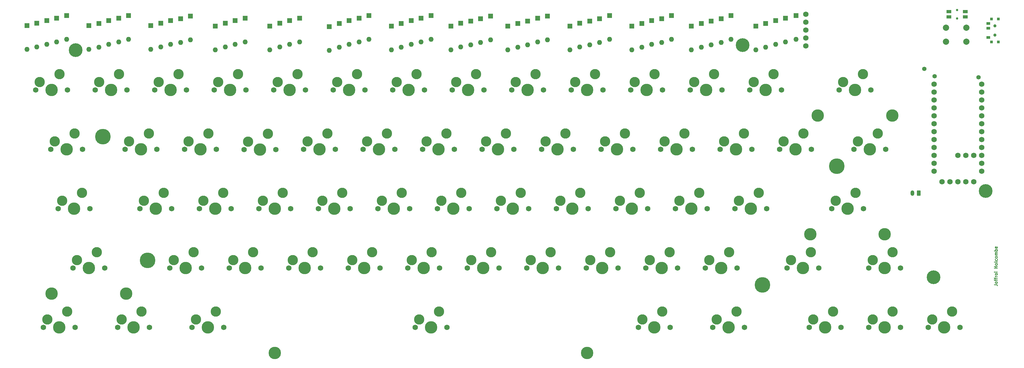
<source format=gts>
G04 #@! TF.GenerationSoftware,KiCad,Pcbnew,(6.0.10)*
G04 #@! TF.CreationDate,2023-09-30T09:28:11-05:00*
G04 #@! TF.ProjectId,RunTypeV3,52756e54-7970-4655-9633-2e6b69636164,rev?*
G04 #@! TF.SameCoordinates,Original*
G04 #@! TF.FileFunction,Soldermask,Top*
G04 #@! TF.FilePolarity,Negative*
%FSLAX46Y46*%
G04 Gerber Fmt 4.6, Leading zero omitted, Abs format (unit mm)*
G04 Created by KiCad (PCBNEW (6.0.10)) date 2023-09-30 09:28:11*
%MOMM*%
%LPD*%
G01*
G04 APERTURE LIST*
G04 Aperture macros list*
%AMRoundRect*
0 Rectangle with rounded corners*
0 $1 Rounding radius*
0 $2 $3 $4 $5 $6 $7 $8 $9 X,Y pos of 4 corners*
0 Add a 4 corners polygon primitive as box body*
4,1,4,$2,$3,$4,$5,$6,$7,$8,$9,$2,$3,0*
0 Add four circle primitives for the rounded corners*
1,1,$1+$1,$2,$3*
1,1,$1+$1,$4,$5*
1,1,$1+$1,$6,$7*
1,1,$1+$1,$8,$9*
0 Add four rect primitives between the rounded corners*
20,1,$1+$1,$2,$3,$4,$5,0*
20,1,$1+$1,$4,$5,$6,$7,0*
20,1,$1+$1,$6,$7,$8,$9,0*
20,1,$1+$1,$8,$9,$2,$3,0*%
G04 Aperture macros list end*
%ADD10C,0.250000*%
%ADD11R,1.600000X1.600000*%
%ADD12O,1.600000X1.600000*%
%ADD13C,1.397000*%
%ADD14C,0.750000*%
%ADD15R,1.550000X1.000000*%
%ADD16C,0.700000*%
%ADD17C,4.400000*%
%ADD18C,1.752600*%
%ADD19C,1.000000*%
%ADD20R,0.900000X0.900000*%
%ADD21R,1.250000X0.900000*%
%ADD22C,3.987800*%
%ADD23C,5.000000*%
%ADD24C,2.000000*%
%ADD25C,1.750000*%
%ADD26C,3.300000*%
%ADD27RoundRect,0.250000X0.350000X0.625000X-0.350000X0.625000X-0.350000X-0.625000X0.350000X-0.625000X0*%
%ADD28O,1.200000X1.750000*%
G04 APERTURE END LIST*
D10*
X327378009Y-103060235D02*
X328092295Y-103060235D01*
X328235152Y-103107854D01*
X328330390Y-103203092D01*
X328378009Y-103345949D01*
X328378009Y-103441187D01*
X328378009Y-102441187D02*
X328330390Y-102536425D01*
X328282771Y-102584044D01*
X328187533Y-102631664D01*
X327901819Y-102631664D01*
X327806581Y-102584044D01*
X327758962Y-102536425D01*
X327711343Y-102441187D01*
X327711343Y-102298330D01*
X327758962Y-102203092D01*
X327806581Y-102155473D01*
X327901819Y-102107854D01*
X328187533Y-102107854D01*
X328282771Y-102155473D01*
X328330390Y-102203092D01*
X328378009Y-102298330D01*
X328378009Y-102441187D01*
X327711343Y-101822140D02*
X327711343Y-101441187D01*
X328378009Y-101679283D02*
X327520867Y-101679283D01*
X327425629Y-101631664D01*
X327378009Y-101536425D01*
X327378009Y-101441187D01*
X327711343Y-101250711D02*
X327711343Y-100869759D01*
X328378009Y-101107854D02*
X327520867Y-101107854D01*
X327425629Y-101060235D01*
X327378009Y-100964997D01*
X327378009Y-100869759D01*
X328378009Y-100536425D02*
X327711343Y-100536425D01*
X327901819Y-100536425D02*
X327806581Y-100488806D01*
X327758962Y-100441187D01*
X327711343Y-100345949D01*
X327711343Y-100250711D01*
X328378009Y-99774521D02*
X328330390Y-99869759D01*
X328282771Y-99917378D01*
X328187533Y-99964997D01*
X327901819Y-99964997D01*
X327806581Y-99917378D01*
X327758962Y-99869759D01*
X327711343Y-99774521D01*
X327711343Y-99631664D01*
X327758962Y-99536425D01*
X327806581Y-99488806D01*
X327901819Y-99441187D01*
X328187533Y-99441187D01*
X328282771Y-99488806D01*
X328330390Y-99536425D01*
X328378009Y-99631664D01*
X328378009Y-99774521D01*
X328378009Y-99012616D02*
X327711343Y-99012616D01*
X327378009Y-99012616D02*
X327425629Y-99060235D01*
X327473248Y-99012616D01*
X327425629Y-98964997D01*
X327378009Y-99012616D01*
X327473248Y-99012616D01*
X328378009Y-97774521D02*
X327378009Y-97774521D01*
X327854200Y-97774521D02*
X327854200Y-97203092D01*
X328378009Y-97203092D02*
X327378009Y-97203092D01*
X328378009Y-96584044D02*
X328330390Y-96679283D01*
X328282771Y-96726902D01*
X328187533Y-96774521D01*
X327901819Y-96774521D01*
X327806581Y-96726902D01*
X327758962Y-96679283D01*
X327711343Y-96584044D01*
X327711343Y-96441187D01*
X327758962Y-96345949D01*
X327806581Y-96298330D01*
X327901819Y-96250711D01*
X328187533Y-96250711D01*
X328282771Y-96298330D01*
X328330390Y-96345949D01*
X328378009Y-96441187D01*
X328378009Y-96584044D01*
X328378009Y-95679283D02*
X328330390Y-95774521D01*
X328235152Y-95822140D01*
X327378009Y-95822140D01*
X328330390Y-94869759D02*
X328378009Y-94964997D01*
X328378009Y-95155473D01*
X328330390Y-95250711D01*
X328282771Y-95298330D01*
X328187533Y-95345949D01*
X327901819Y-95345949D01*
X327806581Y-95298330D01*
X327758962Y-95250711D01*
X327711343Y-95155473D01*
X327711343Y-94964997D01*
X327758962Y-94869759D01*
X328378009Y-94298330D02*
X328330390Y-94393568D01*
X328282771Y-94441187D01*
X328187533Y-94488806D01*
X327901819Y-94488806D01*
X327806581Y-94441187D01*
X327758962Y-94393568D01*
X327711343Y-94298330D01*
X327711343Y-94155473D01*
X327758962Y-94060235D01*
X327806581Y-94012616D01*
X327901819Y-93964997D01*
X328187533Y-93964997D01*
X328282771Y-94012616D01*
X328330390Y-94060235D01*
X328378009Y-94155473D01*
X328378009Y-94298330D01*
X328378009Y-93536425D02*
X327711343Y-93536425D01*
X327806581Y-93536425D02*
X327758962Y-93488806D01*
X327711343Y-93393568D01*
X327711343Y-93250711D01*
X327758962Y-93155473D01*
X327854200Y-93107854D01*
X328378009Y-93107854D01*
X327854200Y-93107854D02*
X327758962Y-93060235D01*
X327711343Y-92964997D01*
X327711343Y-92822140D01*
X327758962Y-92726902D01*
X327854200Y-92679283D01*
X328378009Y-92679283D01*
X328378009Y-92203092D02*
X327378009Y-92203092D01*
X327758962Y-92203092D02*
X327711343Y-92107854D01*
X327711343Y-91917378D01*
X327758962Y-91822140D01*
X327806581Y-91774521D01*
X327901819Y-91726902D01*
X328187533Y-91726902D01*
X328282771Y-91774521D01*
X328330390Y-91822140D01*
X328378009Y-91917378D01*
X328378009Y-92107854D01*
X328330390Y-92203092D01*
X328330390Y-90917378D02*
X328378009Y-91012616D01*
X328378009Y-91203092D01*
X328330390Y-91298330D01*
X328235152Y-91345949D01*
X327854200Y-91345949D01*
X327758962Y-91298330D01*
X327711343Y-91203092D01*
X327711343Y-91012616D01*
X327758962Y-90917378D01*
X327854200Y-90869759D01*
X327949438Y-90869759D01*
X328044676Y-91345949D01*
D11*
X37553750Y-19932500D03*
D12*
X37553750Y-27552500D03*
D13*
X308292500Y-36210717D03*
D11*
X20885000Y-19138750D03*
D12*
X20885000Y-26758750D03*
D11*
X101847500Y-18345000D03*
D12*
X101847500Y-25965000D03*
D11*
X60572500Y-19138750D03*
D12*
X60572500Y-26758750D03*
D13*
X322376184Y-36497957D03*
D11*
X230435000Y-20091250D03*
D12*
X230435000Y-27711250D03*
D11*
X117722500Y-19297500D03*
D12*
X117722500Y-26917500D03*
D11*
X257422500Y-18345000D03*
D12*
X257422500Y-25965000D03*
D11*
X166141250Y-16916250D03*
D12*
X166141250Y-24536250D03*
D11*
X81210000Y-19138750D03*
D12*
X81210000Y-26758750D03*
D14*
X315540758Y-14905348D03*
X315540758Y-17655348D03*
D15*
X318165758Y-15430348D03*
X312915758Y-15430348D03*
X318165758Y-17130348D03*
X312915758Y-17130348D03*
D16*
X309119226Y-99503274D03*
D17*
X307952500Y-100670000D03*
D16*
X309119226Y-101836726D03*
X309602500Y-100670000D03*
X306785774Y-101836726D03*
X307952500Y-102320000D03*
X306302500Y-100670000D03*
X307952500Y-99020000D03*
X306785774Y-99503274D03*
D11*
X134391250Y-20091250D03*
D12*
X134391250Y-27711250D03*
D18*
X267097066Y-16331856D03*
X267097066Y-18871856D03*
X267097066Y-21411856D03*
X267097066Y-23951856D03*
X267097066Y-26491856D03*
D11*
X127247500Y-16757500D03*
D12*
X127247500Y-24377500D03*
D11*
X159791250Y-18503750D03*
D12*
X159791250Y-26123750D03*
D11*
X236785000Y-18503750D03*
D12*
X236785000Y-26123750D03*
D11*
X24060000Y-18345000D03*
D12*
X24060000Y-25965000D03*
D19*
X327615451Y-23020000D03*
X327615451Y-20020000D03*
D20*
X328715451Y-25220000D03*
X326515451Y-25220000D03*
X328715451Y-17820000D03*
X326515451Y-17820000D03*
D21*
X325540451Y-23770000D03*
X325540451Y-20770000D03*
X325540451Y-19270000D03*
D11*
X57397500Y-19932500D03*
D12*
X57397500Y-27552500D03*
D11*
X137566250Y-19297500D03*
D12*
X137566250Y-26917500D03*
D11*
X140741250Y-18345000D03*
D12*
X140741250Y-25965000D03*
D11*
X239960000Y-17710000D03*
D12*
X239960000Y-25330000D03*
D11*
X114547500Y-20250000D03*
D12*
X114547500Y-27870000D03*
D11*
X156616250Y-19138750D03*
D12*
X156616250Y-26758750D03*
D11*
X171697500Y-20091250D03*
D12*
X171697500Y-27711250D03*
D11*
X220910000Y-17710000D03*
D12*
X220910000Y-25330000D03*
D11*
X214560000Y-19297500D03*
D12*
X214560000Y-26917500D03*
D17*
X33337500Y-27781250D03*
D16*
X33337500Y-26131250D03*
X34504226Y-28947976D03*
X32170774Y-28947976D03*
X33337500Y-29431250D03*
X31687500Y-27781250D03*
X34987500Y-27781250D03*
X34504226Y-26614524D03*
X32170774Y-26614524D03*
D11*
X201066250Y-17710000D03*
D12*
X201066250Y-25330000D03*
D11*
X194716250Y-19138750D03*
D12*
X194716250Y-26758750D03*
D11*
X27235000Y-17551250D03*
D12*
X27235000Y-25171250D03*
D11*
X181222500Y-17551250D03*
D12*
X181222500Y-25171250D03*
D22*
X268535000Y-86925000D03*
X292347500Y-86925000D03*
D23*
X42068750Y-55562500D03*
D11*
X184397500Y-16916250D03*
D12*
X184397500Y-24536250D03*
D11*
X233610000Y-19297500D03*
D12*
X233610000Y-26917500D03*
D11*
X87560000Y-17551250D03*
D12*
X87560000Y-25171250D03*
D11*
X120897500Y-18345000D03*
D12*
X120897500Y-25965000D03*
D11*
X224085000Y-16757500D03*
D12*
X224085000Y-24377500D03*
D11*
X153441250Y-20091250D03*
D12*
X153441250Y-27711250D03*
D23*
X56356250Y-95250000D03*
D11*
X204241250Y-16757500D03*
D12*
X204241250Y-24377500D03*
D22*
X25647500Y-105975000D03*
X49460000Y-105975000D03*
D11*
X263931250Y-16757500D03*
D12*
X263931250Y-24377500D03*
D11*
X162966250Y-17710000D03*
D12*
X162966250Y-25330000D03*
D11*
X124072500Y-17551250D03*
D12*
X124072500Y-25171250D03*
D11*
X50253750Y-16757500D03*
D12*
X50253750Y-24377500D03*
D22*
X270916250Y-48825000D03*
X294728750Y-48825000D03*
D16*
X245689524Y-27360476D03*
X248506250Y-26193750D03*
D17*
X246856250Y-26193750D03*
D16*
X245689524Y-25027024D03*
X248022976Y-25027024D03*
X246856250Y-27843750D03*
X246856250Y-24543750D03*
X248022976Y-27360476D03*
X245206250Y-26193750D03*
D11*
X47078750Y-17551250D03*
D12*
X47078750Y-25171250D03*
D11*
X63747500Y-18345000D03*
D12*
X63747500Y-25965000D03*
D24*
X311943750Y-20610000D03*
X318443750Y-20610000D03*
X311943750Y-25110000D03*
X318443750Y-25110000D03*
D11*
X197891250Y-18503750D03*
D12*
X197891250Y-26123750D03*
D11*
X43903750Y-18345000D03*
D12*
X43903750Y-25965000D03*
D11*
X178047500Y-18503750D03*
D12*
X178047500Y-26123750D03*
D11*
X260597500Y-17551250D03*
D12*
X260597500Y-25171250D03*
D11*
X251072500Y-20091250D03*
D12*
X251072500Y-27711250D03*
D11*
X211385000Y-20091250D03*
D12*
X211385000Y-27711250D03*
D11*
X217735000Y-18345000D03*
D12*
X217735000Y-25965000D03*
D11*
X143916250Y-17551250D03*
D12*
X143916250Y-25171250D03*
D11*
X40728750Y-19297500D03*
D12*
X40728750Y-26917500D03*
D16*
X322993750Y-73025000D03*
X325810476Y-71858274D03*
X325810476Y-74191726D03*
X323477024Y-74191726D03*
D17*
X324643750Y-73025000D03*
D16*
X326293750Y-73025000D03*
X324643750Y-74675000D03*
X324643750Y-71375000D03*
X323477024Y-71858274D03*
D13*
X305019564Y-33799806D03*
D22*
X197097500Y-125025000D03*
X97085000Y-125025000D03*
D11*
X95497500Y-20091250D03*
D12*
X95497500Y-27711250D03*
D18*
X310688112Y-70015297D03*
X313228112Y-70015297D03*
X315768112Y-70015297D03*
X318308112Y-70015297D03*
X320848112Y-70015297D03*
D11*
X191541250Y-20091250D03*
D12*
X191541250Y-27711250D03*
D11*
X105022500Y-17551250D03*
D12*
X105022500Y-25171250D03*
D11*
X70097500Y-16916250D03*
D12*
X70097500Y-24536250D03*
D23*
X277018750Y-65087500D03*
D11*
X66922500Y-17710000D03*
D12*
X66922500Y-25330000D03*
D23*
X253206250Y-103187500D03*
D11*
X147091250Y-16757500D03*
D12*
X147091250Y-24377500D03*
D11*
X243135000Y-16757500D03*
D12*
X243135000Y-24377500D03*
D11*
X254247500Y-19297500D03*
D12*
X254247500Y-26917500D03*
D11*
X84385000Y-18345000D03*
D12*
X84385000Y-25965000D03*
D11*
X174872500Y-19297500D03*
D12*
X174872500Y-26917500D03*
D11*
X98672500Y-19138750D03*
D12*
X98672500Y-26758750D03*
D11*
X17710000Y-19932500D03*
D12*
X17710000Y-27552500D03*
D11*
X78035000Y-20091250D03*
D12*
X78035000Y-27711250D03*
D11*
X30410000Y-16757500D03*
D12*
X30410000Y-24377500D03*
D25*
X187890000Y-97720000D03*
D22*
X182810000Y-97720000D03*
D25*
X177730000Y-97720000D03*
D26*
X179000000Y-95180000D03*
X185350000Y-92640000D03*
D22*
X235197500Y-40570000D03*
D25*
X230117500Y-40570000D03*
X240277500Y-40570000D03*
D26*
X231387500Y-38030000D03*
X237737500Y-35490000D03*
D25*
X297427500Y-97720000D03*
X287267500Y-97720000D03*
D22*
X292347500Y-97720000D03*
D26*
X288537500Y-95180000D03*
X294887500Y-92640000D03*
D25*
X235515000Y-78670000D03*
X225355000Y-78670000D03*
D22*
X230435000Y-78670000D03*
D26*
X226625000Y-76130000D03*
X232975000Y-73590000D03*
D25*
X68827500Y-40570000D03*
D22*
X63747500Y-40570000D03*
D25*
X58667500Y-40570000D03*
D26*
X59937500Y-38030000D03*
X66287500Y-35490000D03*
D22*
X197097500Y-40570000D03*
D25*
X202177500Y-40570000D03*
X192017500Y-40570000D03*
D26*
X193287500Y-38030000D03*
X199637500Y-35490000D03*
D22*
X218528750Y-116770000D03*
D25*
X223608750Y-116770000D03*
X213448750Y-116770000D03*
D26*
X214718750Y-114230000D03*
X221068750Y-111690000D03*
D22*
X97085000Y-78670000D03*
D25*
X102165000Y-78670000D03*
X92005000Y-78670000D03*
D26*
X93275000Y-76130000D03*
X99625000Y-73590000D03*
D25*
X220592500Y-59620000D03*
X230752500Y-59620000D03*
D22*
X225672500Y-59620000D03*
D26*
X221862500Y-57080000D03*
X228212500Y-54540000D03*
D25*
X68192500Y-59620000D03*
D22*
X73272500Y-59620000D03*
D25*
X78352500Y-59620000D03*
D26*
X69462500Y-57080000D03*
X75812500Y-54540000D03*
D27*
X303212500Y-73660000D03*
D28*
X301212500Y-73660000D03*
D25*
X153917500Y-40570000D03*
X164077500Y-40570000D03*
D22*
X158997500Y-40570000D03*
D26*
X155187500Y-38030000D03*
X161537500Y-35490000D03*
D25*
X216465000Y-78670000D03*
X206305000Y-78670000D03*
D22*
X211385000Y-78670000D03*
D26*
X207575000Y-76130000D03*
X213925000Y-73590000D03*
D25*
X268217500Y-116770000D03*
D22*
X273297500Y-116770000D03*
D25*
X278377500Y-116770000D03*
D26*
X269487500Y-114230000D03*
X275837500Y-111690000D03*
D25*
X215830000Y-97720000D03*
X225990000Y-97720000D03*
D22*
X220910000Y-97720000D03*
D26*
X217100000Y-95180000D03*
X223450000Y-92640000D03*
D22*
X37553750Y-97720000D03*
D25*
X32473750Y-97720000D03*
X42633750Y-97720000D03*
D26*
X33743750Y-95180000D03*
X40093750Y-92640000D03*
D22*
X51841250Y-116770000D03*
D25*
X56921250Y-116770000D03*
X46761250Y-116770000D03*
D26*
X48031250Y-114230000D03*
X54381250Y-111690000D03*
D25*
X106927500Y-40570000D03*
D22*
X101847500Y-40570000D03*
D25*
X96767500Y-40570000D03*
D26*
X98037500Y-38030000D03*
X104387500Y-35490000D03*
D22*
X92322500Y-59690000D03*
D25*
X87242500Y-59690000D03*
X97402500Y-59690000D03*
D26*
X88512500Y-57150000D03*
X94862500Y-54610000D03*
D25*
X63430000Y-97720000D03*
X73590000Y-97720000D03*
D22*
X68510000Y-97720000D03*
D26*
X64700000Y-95180000D03*
X71050000Y-92640000D03*
D25*
X49777500Y-40570000D03*
X39617500Y-40570000D03*
D22*
X44697500Y-40570000D03*
D26*
X40887500Y-38030000D03*
X47237500Y-35490000D03*
D25*
X83115000Y-78670000D03*
D22*
X78035000Y-78670000D03*
D25*
X72955000Y-78670000D03*
D26*
X74225000Y-76130000D03*
X80575000Y-73590000D03*
D25*
X92640000Y-97720000D03*
X82480000Y-97720000D03*
D22*
X87560000Y-97720000D03*
D26*
X83750000Y-95180000D03*
X90100000Y-92640000D03*
D25*
X237261250Y-116770000D03*
X247421250Y-116770000D03*
D22*
X242341250Y-116770000D03*
D26*
X238531250Y-114230000D03*
X244881250Y-111690000D03*
D25*
X49142500Y-59620000D03*
X59302500Y-59620000D03*
D22*
X54222500Y-59620000D03*
D26*
X50412500Y-57080000D03*
X56762500Y-54540000D03*
D25*
X173602500Y-59620000D03*
X163442500Y-59620000D03*
D22*
X168522500Y-59620000D03*
D26*
X164712500Y-57080000D03*
X171062500Y-54540000D03*
D22*
X192335000Y-78670000D03*
D25*
X187255000Y-78670000D03*
X197415000Y-78670000D03*
D26*
X188525000Y-76130000D03*
X194875000Y-73590000D03*
D25*
X140265000Y-78670000D03*
D22*
X135185000Y-78670000D03*
D25*
X130105000Y-78670000D03*
D26*
X131375000Y-76130000D03*
X137725000Y-73590000D03*
D25*
X259327500Y-40570000D03*
D22*
X254247500Y-40570000D03*
D25*
X249167500Y-40570000D03*
D26*
X250437500Y-38030000D03*
X256787500Y-35490000D03*
D22*
X58985000Y-78670000D03*
D25*
X53905000Y-78670000D03*
X64065000Y-78670000D03*
D26*
X55175000Y-76130000D03*
X61525000Y-73590000D03*
D22*
X249485000Y-78670000D03*
D25*
X254565000Y-78670000D03*
X244405000Y-78670000D03*
D26*
X245675000Y-76130000D03*
X252025000Y-73590000D03*
D25*
X168840000Y-97720000D03*
X158680000Y-97720000D03*
D22*
X163760000Y-97720000D03*
D26*
X159950000Y-95180000D03*
X166300000Y-92640000D03*
D25*
X245040000Y-97720000D03*
X234880000Y-97720000D03*
D22*
X239960000Y-97720000D03*
D26*
X236150000Y-95180000D03*
X242500000Y-92640000D03*
D22*
X244722500Y-59620000D03*
D25*
X249802500Y-59620000D03*
X239642500Y-59620000D03*
D26*
X240912500Y-57080000D03*
X247262500Y-54540000D03*
D25*
X285521250Y-78670000D03*
X275361250Y-78670000D03*
D22*
X280441250Y-78670000D03*
D26*
X276631250Y-76130000D03*
X282981250Y-73590000D03*
D25*
X268852500Y-59620000D03*
X258692500Y-59620000D03*
D22*
X263772500Y-59620000D03*
D26*
X259962500Y-57080000D03*
X266312500Y-54540000D03*
D25*
X120580000Y-97720000D03*
X130740000Y-97720000D03*
D22*
X125660000Y-97720000D03*
D26*
X121850000Y-95180000D03*
X128200000Y-92640000D03*
D25*
X172967500Y-40570000D03*
X183127500Y-40570000D03*
D22*
X178047500Y-40570000D03*
D26*
X174237500Y-38030000D03*
X180587500Y-35490000D03*
D25*
X287267500Y-116770000D03*
D22*
X292347500Y-116770000D03*
D25*
X297427500Y-116770000D03*
D26*
X288537500Y-114230000D03*
X294887500Y-111690000D03*
D25*
X27711250Y-78670000D03*
X37871250Y-78670000D03*
D22*
X32791250Y-78670000D03*
D26*
X28981250Y-76130000D03*
X35331250Y-73590000D03*
D25*
X22948750Y-116770000D03*
D22*
X28028750Y-116770000D03*
D25*
X33108750Y-116770000D03*
D26*
X24218750Y-114230000D03*
X30568750Y-111690000D03*
D22*
X173285000Y-78670000D03*
D25*
X178365000Y-78670000D03*
X168205000Y-78670000D03*
D26*
X169475000Y-76130000D03*
X175825000Y-73590000D03*
D25*
X149790000Y-97720000D03*
X139630000Y-97720000D03*
D22*
X144710000Y-97720000D03*
D26*
X140900000Y-95180000D03*
X147250000Y-92640000D03*
D25*
X111055000Y-78670000D03*
X121215000Y-78670000D03*
D22*
X116135000Y-78670000D03*
D26*
X112325000Y-76130000D03*
X118675000Y-73590000D03*
D25*
X101530000Y-97720000D03*
X111690000Y-97720000D03*
D22*
X106610000Y-97720000D03*
D26*
X102800000Y-95180000D03*
X109150000Y-92640000D03*
D22*
X154235000Y-78670000D03*
D25*
X149155000Y-78670000D03*
X159315000Y-78670000D03*
D26*
X150425000Y-76130000D03*
X156775000Y-73590000D03*
D18*
X323388112Y-38750717D03*
X323388112Y-41290717D03*
X323388112Y-43830717D03*
X323388112Y-46370717D03*
X323388112Y-48910717D03*
X323388112Y-51450717D03*
X323388112Y-53990717D03*
X323388112Y-56530717D03*
X323388112Y-59070717D03*
X323388112Y-61610717D03*
X323388112Y-64150717D03*
X323388112Y-66690717D03*
X308148112Y-66690717D03*
X308148112Y-64150717D03*
X308148112Y-61610717D03*
X308148112Y-59070717D03*
X308148112Y-56530717D03*
X308148112Y-53990717D03*
X308148112Y-51450717D03*
X308148112Y-48910717D03*
X308148112Y-46370717D03*
X308148112Y-43830717D03*
X308148112Y-41290717D03*
X308148112Y-38750717D03*
X320848112Y-61610717D03*
X318308112Y-61610717D03*
X315768112Y-61610717D03*
D25*
X142011250Y-116770000D03*
D22*
X147091250Y-116770000D03*
D25*
X152171250Y-116770000D03*
D26*
X143281250Y-114230000D03*
X149631250Y-111690000D03*
D25*
X154552500Y-59620000D03*
D22*
X149472500Y-59620000D03*
D25*
X144392500Y-59620000D03*
D26*
X145662500Y-57080000D03*
X152012500Y-54540000D03*
D22*
X187572500Y-59620000D03*
D25*
X192652500Y-59620000D03*
X182492500Y-59620000D03*
D26*
X183762500Y-57080000D03*
X190112500Y-54540000D03*
D25*
X80733750Y-116770000D03*
X70573750Y-116770000D03*
D22*
X75653750Y-116770000D03*
D26*
X71843750Y-114230000D03*
X78193750Y-111690000D03*
D25*
X106292500Y-59620000D03*
X116452500Y-59620000D03*
D22*
X111372500Y-59620000D03*
D26*
X107562500Y-57080000D03*
X113912500Y-54540000D03*
D25*
X277742500Y-40570000D03*
D22*
X282822500Y-40570000D03*
D25*
X287902500Y-40570000D03*
D26*
X279012500Y-38030000D03*
X285362500Y-35490000D03*
D25*
X25330000Y-59620000D03*
X35490000Y-59620000D03*
D22*
X30410000Y-59620000D03*
D26*
X26600000Y-57080000D03*
X32950000Y-54540000D03*
D22*
X120897500Y-40570000D03*
D25*
X115817500Y-40570000D03*
X125977500Y-40570000D03*
D26*
X117087500Y-38030000D03*
X123437500Y-35490000D03*
D25*
X211067500Y-40570000D03*
D22*
X216147500Y-40570000D03*
D25*
X221227500Y-40570000D03*
D26*
X212337500Y-38030000D03*
X218687500Y-35490000D03*
D25*
X316477500Y-116770000D03*
X306317500Y-116770000D03*
D22*
X311397500Y-116770000D03*
D26*
X307587500Y-114230000D03*
X313937500Y-111690000D03*
D22*
X266153750Y-97720000D03*
D25*
X261073750Y-97720000D03*
X271233750Y-97720000D03*
D26*
X262343750Y-95180000D03*
X268693750Y-92640000D03*
D25*
X145027500Y-40570000D03*
D22*
X139947500Y-40570000D03*
D25*
X134867500Y-40570000D03*
D26*
X136137500Y-38030000D03*
X142487500Y-35490000D03*
D25*
X211702500Y-59620000D03*
X201542500Y-59620000D03*
D22*
X206622500Y-59620000D03*
D26*
X202812500Y-57080000D03*
X209162500Y-54540000D03*
D22*
X25647500Y-40570000D03*
D25*
X30727500Y-40570000D03*
X20567500Y-40570000D03*
D26*
X21837500Y-38030000D03*
X28187500Y-35490000D03*
D22*
X201860000Y-97720000D03*
D25*
X196780000Y-97720000D03*
X206940000Y-97720000D03*
D26*
X198050000Y-95180000D03*
X204400000Y-92640000D03*
D25*
X135502500Y-59620000D03*
X125342500Y-59620000D03*
D22*
X130422500Y-59620000D03*
D26*
X126612500Y-57080000D03*
X132962500Y-54540000D03*
D25*
X77717500Y-40570000D03*
X87877500Y-40570000D03*
D22*
X82797500Y-40570000D03*
D26*
X78987500Y-38030000D03*
X85337500Y-35490000D03*
D25*
X282505000Y-59620000D03*
D22*
X287585000Y-59620000D03*
D25*
X292665000Y-59620000D03*
D26*
X283775000Y-57080000D03*
X290125000Y-54540000D03*
M02*

</source>
